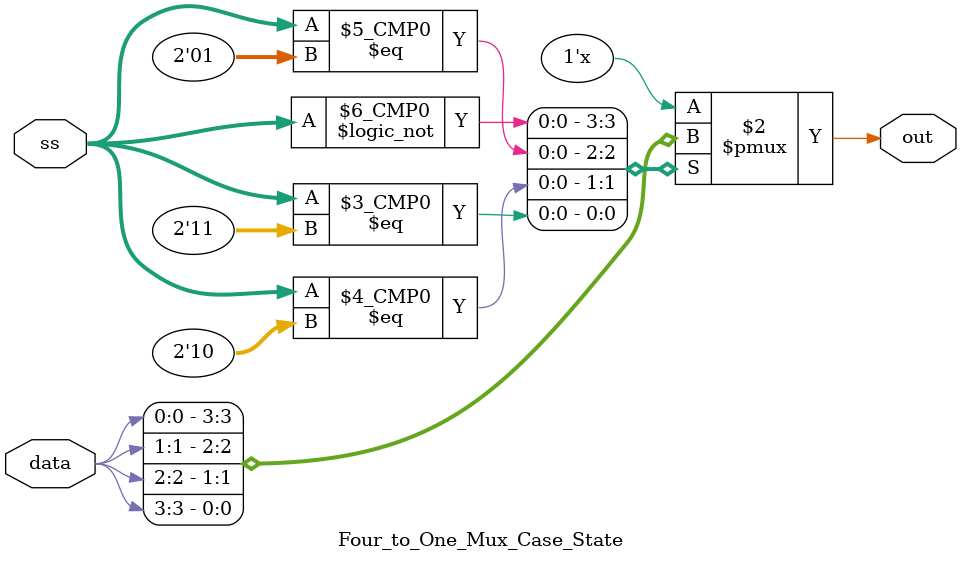
<source format=v>
`timescale 1ns / 1ps




module Four_to_One_Mux_Case_State(data, ss, out);
input wire [3:0] data;
input wire [1:0] ss;
output reg out;


// logic
always @ (*)
begin
    case(ss)
    0 : out = data [0];
    1 : out = data [1]; 
    2 : out = data [2];
    3 : out = data [3];
    default: out = 1'bz;
    endcase
end 



endmodule

</source>
